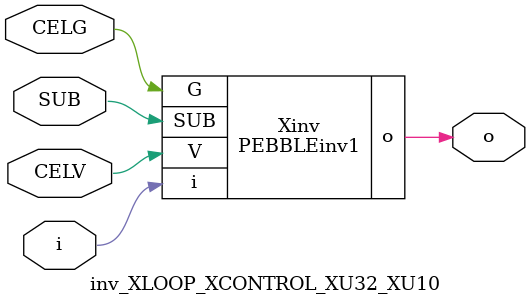
<source format=v>



module PEBBLEinv1 ( o, G, SUB, V, i );

  input V;
  input i;
  input G;
  output o;
  input SUB;
endmodule

//Celera Confidential Do Not Copy inv_XLOOP_XCONTROL_XU32_XU10
//Celera Confidential Symbol Generator
//5V Inverter
module inv_XLOOP_XCONTROL_XU32_XU10 (CELV,CELG,i,o,SUB);
input CELV;
input CELG;
input i;
input SUB;
output o;

//Celera Confidential Do Not Copy inv
PEBBLEinv1 Xinv(
.V (CELV),
.i (i),
.o (o),
.SUB (SUB),
.G (CELG)
);
//,diesize,PEBBLEinv1

//Celera Confidential Do Not Copy Module End
//Celera Schematic Generator
endmodule

</source>
